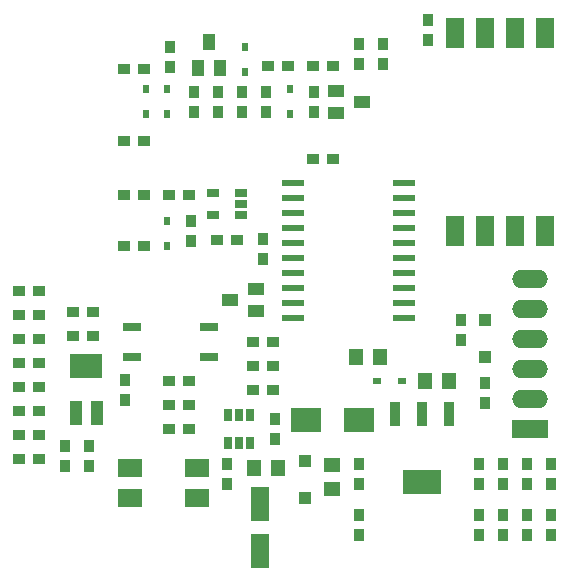
<source format=gtp>
G04 #@! TF.GenerationSoftware,KiCad,Pcbnew,5.0.0-fee4fd1~66~ubuntu18.04.1*
G04 #@! TF.CreationDate,2019-04-10T22:53:07-06:00*
G04 #@! TF.ProjectId,sprinkler_nodes,737072696E6B6C65725F6E6F6465732E,rev?*
G04 #@! TF.SameCoordinates,Original*
G04 #@! TF.FileFunction,Paste,Top*
G04 #@! TF.FilePolarity,Positive*
%FSLAX46Y46*%
G04 Gerber Fmt 4.6, Leading zero omitted, Abs format (unit mm)*
G04 Created by KiCad (PCBNEW 5.0.0-fee4fd1~66~ubuntu18.04.1) date Wed Apr 10 22:53:07 2019*
%MOMM*%
%LPD*%
G01*
G04 APERTURE LIST*
%ADD10R,1.500000X0.800000*%
%ADD11R,1.000000X1.100000*%
%ADD12R,2.500000X2.000000*%
%ADD13R,2.032000X1.524000*%
%ADD14R,1.000000X0.950000*%
%ADD15R,0.950000X1.000000*%
%ADD16R,1.150000X1.450000*%
%ADD17R,1.450000X1.150000*%
%ADD18R,0.700000X0.600000*%
%ADD19R,0.600000X0.700000*%
%ADD20R,3.048000X1.524000*%
%ADD21O,3.048000X1.524000*%
%ADD22R,1.000000X1.400000*%
%ADD23R,1.400000X1.000000*%
%ADD24R,1.950000X0.600000*%
%ADD25R,0.700000X1.000000*%
%ADD26R,0.950000X2.150000*%
%ADD27R,3.250000X2.150000*%
%ADD28R,1.000000X0.700000*%
%ADD29R,1.500000X3.000000*%
%ADD30R,1.520000X2.540000*%
%ADD31R,1.000000X2.000000*%
%ADD32R,2.800000X2.000000*%
G04 APERTURE END LIST*
D10*
G04 #@! TO.C,OT1*
X74474000Y-59436000D03*
X74474000Y-56896000D03*
X80974000Y-56896000D03*
X80974000Y-59436000D03*
G04 #@! TD*
D11*
G04 #@! TO.C,D3*
X89154000Y-71425000D03*
X89154000Y-68275000D03*
G04 #@! TD*
G04 #@! TO.C,D2*
X104394000Y-59487000D03*
X104394000Y-56337000D03*
G04 #@! TD*
D12*
G04 #@! TO.C,L1*
X89190000Y-64770000D03*
X93690000Y-64770000D03*
G04 #@! TD*
D13*
G04 #@! TO.C,BR1*
X74295000Y-68834000D03*
X74295000Y-71374000D03*
X80010000Y-68834000D03*
X80010000Y-71374000D03*
G04 #@! TD*
D14*
G04 #@! TO.C,C1*
X91503000Y-42672000D03*
X89853000Y-42672000D03*
G04 #@! TD*
G04 #@! TO.C,C2*
X84773000Y-58166000D03*
X86423000Y-58166000D03*
G04 #@! TD*
D15*
G04 #@! TO.C,C6*
X86614000Y-66357000D03*
X86614000Y-64707000D03*
G04 #@! TD*
D16*
G04 #@! TO.C,C7*
X86877000Y-68834000D03*
X84827000Y-68834000D03*
G04 #@! TD*
D17*
G04 #@! TO.C,C8*
X91440000Y-68571000D03*
X91440000Y-70621000D03*
G04 #@! TD*
D16*
G04 #@! TO.C,C9*
X93463000Y-59436000D03*
X95513000Y-59436000D03*
G04 #@! TD*
G04 #@! TO.C,C10*
X99305000Y-61468000D03*
X101355000Y-61468000D03*
G04 #@! TD*
D14*
G04 #@! TO.C,C11*
X75501000Y-35052000D03*
X73851000Y-35052000D03*
G04 #@! TD*
G04 #@! TO.C,C12*
X73851000Y-41148000D03*
X75501000Y-41148000D03*
G04 #@! TD*
G04 #@! TO.C,C13*
X73851000Y-45720000D03*
X75501000Y-45720000D03*
G04 #@! TD*
G04 #@! TO.C,C14*
X73851000Y-50038000D03*
X75501000Y-50038000D03*
G04 #@! TD*
D15*
G04 #@! TO.C,C15*
X79502000Y-47943000D03*
X79502000Y-49593000D03*
G04 #@! TD*
G04 #@! TO.C,C16*
X83820000Y-38671000D03*
X83820000Y-37021000D03*
G04 #@! TD*
D14*
G04 #@! TO.C,C17*
X87693000Y-34798000D03*
X86043000Y-34798000D03*
G04 #@! TD*
D15*
G04 #@! TO.C,C18*
X89916000Y-37021000D03*
X89916000Y-38671000D03*
G04 #@! TD*
D14*
G04 #@! TO.C,D1*
X77661000Y-65532000D03*
X79311000Y-65532000D03*
G04 #@! TD*
D15*
G04 #@! TO.C,D4*
X93726000Y-70167000D03*
X93726000Y-68517000D03*
G04 #@! TD*
D18*
G04 #@! TO.C,D5*
X95211000Y-61468000D03*
X97321000Y-61468000D03*
G04 #@! TD*
D15*
G04 #@! TO.C,D6*
X103886000Y-70167000D03*
X103886000Y-68517000D03*
G04 #@! TD*
D19*
G04 #@! TO.C,D7*
X75692000Y-38901000D03*
X75692000Y-36791000D03*
G04 #@! TD*
G04 #@! TO.C,D8*
X77470000Y-38901000D03*
X77470000Y-36791000D03*
G04 #@! TD*
G04 #@! TO.C,D9*
X77470000Y-47967000D03*
X77470000Y-50077000D03*
G04 #@! TD*
G04 #@! TO.C,D10*
X84074000Y-35345000D03*
X84074000Y-33235000D03*
G04 #@! TD*
G04 #@! TO.C,D11*
X87884000Y-38901000D03*
X87884000Y-36791000D03*
G04 #@! TD*
D20*
G04 #@! TO.C,J3*
X108204000Y-65532000D03*
D21*
X108204000Y-62992000D03*
X108204000Y-60452000D03*
X108204000Y-57912000D03*
X108204000Y-55372000D03*
X108204000Y-52832000D03*
G04 #@! TD*
D22*
G04 #@! TO.C,Q1*
X81026000Y-32766000D03*
X81976000Y-34966000D03*
X80076000Y-34966000D03*
G04 #@! TD*
D23*
G04 #@! TO.C,Q2*
X91780000Y-36896000D03*
X91780000Y-38796000D03*
X93980000Y-37846000D03*
G04 #@! TD*
D14*
G04 #@! TO.C,R1*
X77661000Y-61468000D03*
X79311000Y-61468000D03*
G04 #@! TD*
G04 #@! TO.C,R2*
X79311000Y-63500000D03*
X77661000Y-63500000D03*
G04 #@! TD*
D15*
G04 #@! TO.C,R5*
X104394000Y-61659000D03*
X104394000Y-63309000D03*
G04 #@! TD*
D14*
G04 #@! TO.C,R9*
X84773000Y-60198000D03*
X86423000Y-60198000D03*
G04 #@! TD*
G04 #@! TO.C,R10*
X84773000Y-62230000D03*
X86423000Y-62230000D03*
G04 #@! TD*
D15*
G04 #@! TO.C,R11*
X93726000Y-74485000D03*
X93726000Y-72835000D03*
G04 #@! TD*
G04 #@! TO.C,R12*
X103886000Y-72835000D03*
X103886000Y-74485000D03*
G04 #@! TD*
G04 #@! TO.C,R13*
X79756000Y-38671000D03*
X79756000Y-37021000D03*
G04 #@! TD*
G04 #@! TO.C,R14*
X77724000Y-33211000D03*
X77724000Y-34861000D03*
G04 #@! TD*
D14*
G04 #@! TO.C,R15*
X77661000Y-45720000D03*
X79311000Y-45720000D03*
G04 #@! TD*
D15*
G04 #@! TO.C,R16*
X81788000Y-37021000D03*
X81788000Y-38671000D03*
G04 #@! TD*
G04 #@! TO.C,R17*
X85852000Y-38671000D03*
X85852000Y-37021000D03*
G04 #@! TD*
D14*
G04 #@! TO.C,R18*
X81725000Y-49530000D03*
X83375000Y-49530000D03*
G04 #@! TD*
D15*
G04 #@! TO.C,R19*
X85598000Y-51117000D03*
X85598000Y-49467000D03*
G04 #@! TD*
D14*
G04 #@! TO.C,R20*
X91503000Y-34798000D03*
X89853000Y-34798000D03*
G04 #@! TD*
D15*
G04 #@! TO.C,R21*
X93726000Y-34607000D03*
X93726000Y-32957000D03*
G04 #@! TD*
G04 #@! TO.C,R22*
X95758000Y-32957000D03*
X95758000Y-34607000D03*
G04 #@! TD*
D24*
G04 #@! TO.C,U1*
X97538000Y-44704000D03*
X97538000Y-47244000D03*
X97538000Y-48514000D03*
X97538000Y-45974000D03*
X97538000Y-49784000D03*
X97538000Y-56134000D03*
X97538000Y-52324000D03*
X97538000Y-54864000D03*
X97538000Y-53594000D03*
X97538000Y-51054000D03*
X88138000Y-51054000D03*
X88138000Y-53594000D03*
X88138000Y-54864000D03*
X88138000Y-52324000D03*
X88138000Y-56134000D03*
X88138000Y-49784000D03*
X88138000Y-45974000D03*
X88138000Y-48514000D03*
X88138000Y-47244000D03*
X88138000Y-44704000D03*
G04 #@! TD*
D23*
G04 #@! TO.C,U2*
X85004000Y-55560000D03*
X85004000Y-53660000D03*
X82804000Y-54610000D03*
G04 #@! TD*
D25*
G04 #@! TO.C,U3*
X84516000Y-64332000D03*
X83566000Y-64332000D03*
X82616000Y-64332000D03*
X82616000Y-66732000D03*
X83566000Y-66732000D03*
X84516000Y-66732000D03*
G04 #@! TD*
D26*
G04 #@! TO.C,U4*
X101360000Y-64262000D03*
X99060000Y-64262000D03*
X96760000Y-64262000D03*
D27*
X99060000Y-70062000D03*
G04 #@! TD*
D28*
G04 #@! TO.C,U5*
X83750000Y-47432000D03*
X83750000Y-46482000D03*
X83750000Y-45532000D03*
X81350000Y-45532000D03*
X81350000Y-47432000D03*
G04 #@! TD*
D15*
G04 #@! TO.C,R23*
X82550000Y-68517000D03*
X82550000Y-70167000D03*
G04 #@! TD*
G04 #@! TO.C,D12*
X109982000Y-70167000D03*
X109982000Y-68517000D03*
G04 #@! TD*
G04 #@! TO.C,D13*
X107950000Y-68517000D03*
X107950000Y-70167000D03*
G04 #@! TD*
G04 #@! TO.C,D14*
X105918000Y-70167000D03*
X105918000Y-68517000D03*
G04 #@! TD*
G04 #@! TO.C,R6*
X109982000Y-74485000D03*
X109982000Y-72835000D03*
G04 #@! TD*
G04 #@! TO.C,R7*
X107950000Y-72835000D03*
X107950000Y-74485000D03*
G04 #@! TD*
G04 #@! TO.C,R8*
X105918000Y-74485000D03*
X105918000Y-72835000D03*
G04 #@! TD*
G04 #@! TO.C,C4*
X102362000Y-57975000D03*
X102362000Y-56325000D03*
G04 #@! TD*
D29*
G04 #@! TO.C,C5*
X85344000Y-71914000D03*
X85344000Y-75914000D03*
G04 #@! TD*
D15*
G04 #@! TO.C,C3*
X99568000Y-32575000D03*
X99568000Y-30925000D03*
G04 #@! TD*
D30*
G04 #@! TO.C,U6*
X109474000Y-32004000D03*
X106934000Y-32004000D03*
X104394000Y-32004000D03*
X101854000Y-32004000D03*
X109474000Y-48764000D03*
X106934000Y-48764000D03*
X104394000Y-48764000D03*
X101854000Y-48764000D03*
G04 #@! TD*
D14*
G04 #@! TO.C,C19*
X66611000Y-61976000D03*
X64961000Y-61976000D03*
G04 #@! TD*
G04 #@! TO.C,C20*
X64961000Y-64008000D03*
X66611000Y-64008000D03*
G04 #@! TD*
G04 #@! TO.C,R3*
X64961000Y-55880000D03*
X66611000Y-55880000D03*
G04 #@! TD*
G04 #@! TO.C,R4*
X66611000Y-53848000D03*
X64961000Y-53848000D03*
G04 #@! TD*
G04 #@! TO.C,R24*
X64961000Y-66040000D03*
X66611000Y-66040000D03*
G04 #@! TD*
G04 #@! TO.C,R25*
X64961000Y-68072000D03*
X66611000Y-68072000D03*
G04 #@! TD*
G04 #@! TO.C,R26*
X64961000Y-57912000D03*
X66611000Y-57912000D03*
G04 #@! TD*
D15*
G04 #@! TO.C,R27*
X68834000Y-66993000D03*
X68834000Y-68643000D03*
G04 #@! TD*
D14*
G04 #@! TO.C,R28*
X64961000Y-59944000D03*
X66611000Y-59944000D03*
G04 #@! TD*
D15*
G04 #@! TO.C,R29*
X70866000Y-66993000D03*
X70866000Y-68643000D03*
G04 #@! TD*
D14*
G04 #@! TO.C,R30*
X69533000Y-55626000D03*
X71183000Y-55626000D03*
G04 #@! TD*
G04 #@! TO.C,R31*
X69533000Y-57658000D03*
X71183000Y-57658000D03*
G04 #@! TD*
D15*
G04 #@! TO.C,R32*
X73914000Y-63055000D03*
X73914000Y-61405000D03*
G04 #@! TD*
D31*
G04 #@! TO.C,Q3*
X71512000Y-64230000D03*
X69712000Y-64230000D03*
D32*
X70612000Y-60230000D03*
G04 #@! TD*
M02*

</source>
